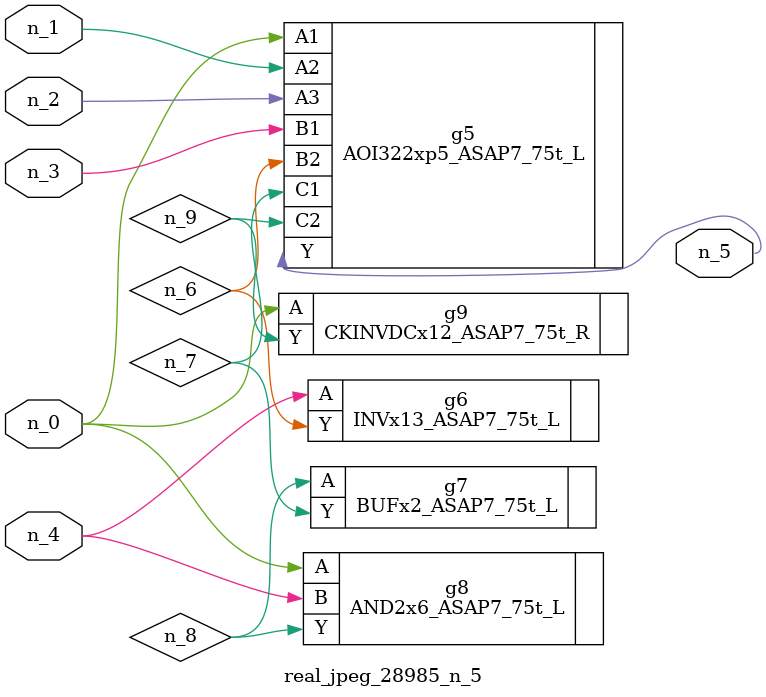
<source format=v>
module real_jpeg_28985_n_5 (n_4, n_0, n_1, n_2, n_3, n_5);

input n_4;
input n_0;
input n_1;
input n_2;
input n_3;

output n_5;

wire n_8;
wire n_6;
wire n_7;
wire n_9;

AOI322xp5_ASAP7_75t_L g5 ( 
.A1(n_0),
.A2(n_1),
.A3(n_2),
.B1(n_3),
.B2(n_6),
.C1(n_7),
.C2(n_9),
.Y(n_5)
);

AND2x6_ASAP7_75t_L g8 ( 
.A(n_0),
.B(n_4),
.Y(n_8)
);

CKINVDCx12_ASAP7_75t_R g9 ( 
.A(n_0),
.Y(n_9)
);

INVx13_ASAP7_75t_L g6 ( 
.A(n_4),
.Y(n_6)
);

BUFx2_ASAP7_75t_L g7 ( 
.A(n_8),
.Y(n_7)
);


endmodule
</source>
